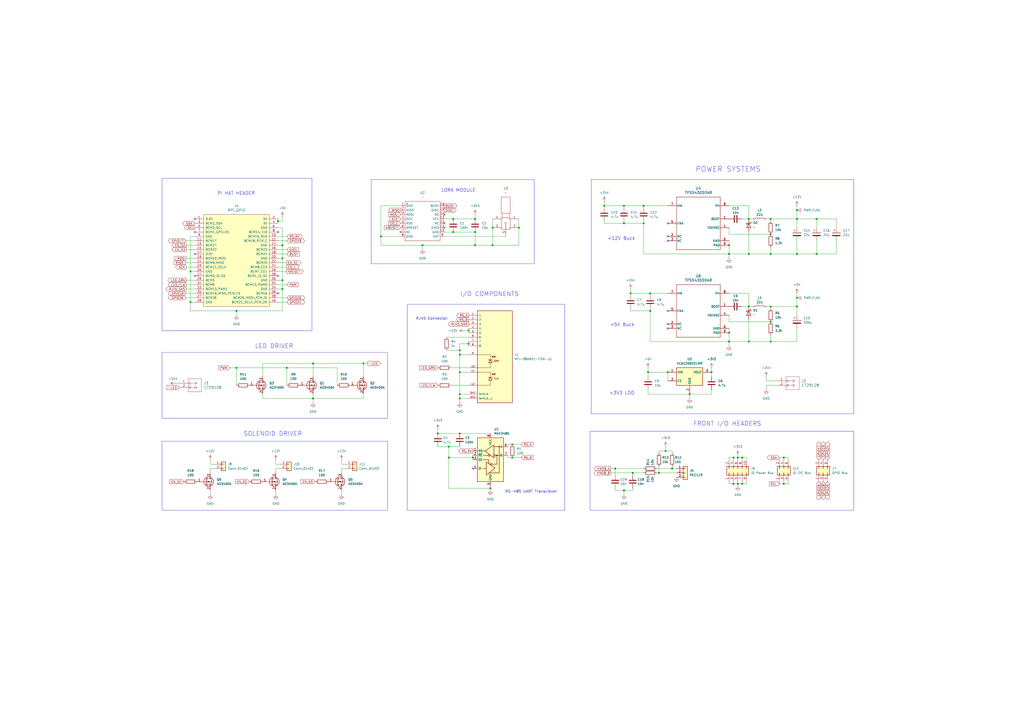
<source format=kicad_sch>
(kicad_sch (version 20250114) (generator "eeschema") (generator_version "9.0")
  (paper "A2")
  (rectangle (start 93.98 255.905) (end 224.79 295.91))
  (rectangle (start 93.98 204.47) (end 224.79 242.57))
  (rectangle (start 215.265 104.14) (end 309.88 153.035))
  (rectangle (start 93.98 103.505) (end 180.975 191.77))
  (rectangle (start 236.22 176.53) (end 327.66 295.91))
  (rectangle (start 342.9 104.14) (end 495.3 240.03))
  (rectangle (start 342.265 250.19) (end 495.3 295.91))
  (text "+5V Buck" (at 360.934 188.468 0) (effects (font (size 1.905 1.905))))
  (text "SOLENOID DRIVER" (at 158.242 251.714 0) (effects (font (size 2.54 2.54))))
  (text "LORA MODULE\n" (at 265.938 110.49 0) (effects (font (size 1.905 1.905))))
  (text "POWER SYSTEMS" (at 422.402 98.298 0) (effects (font (size 3.048 3.048))))
  (text "+12V Buck\n" (at 360.426 138.43 0) (effects (font (size 1.905 1.905))))
  (text "I/O COMPONENTS" (at 283.972 170.688 0) (effects (font (size 2.54 2.54))))
  (text "RS-485 UART Transciever" (at 308.102 285.242 0) (effects (font (size 1.524 1.524))))
  (text "FRONT I/O HEADERS" (at 421.894 245.872 0) (effects (font (size 2.54 2.54))))
  (text "+3V3 LDO" (at 360.68 228.092 0) (effects (font (size 1.905 1.905))))
  (text "LED DRIVER" (at 159.004 200.914 0) (effects (font (size 2.54 2.54))))
  (text "RJ45 Connector" (at 250.444 184.912 0) (effects (font (size 1.524 1.524))))
  (text "PI HAT HEADER" (at 136.906 112.268 0) (effects (font (size 1.905 1.905))))
  (junction (at 434.34 127))
  (junction (at 434.34 177.8))
  (junction (at 473.71 147.32))
  (junction (at 254 251.46))
  (junction (at 462.28 127))
  (junction (at 266.7 251.46))
  (junction (at 275.59 127))
  (junction (at 181.61 231.14))
  (junction (at 110.49 175.26))
  (junction (at 382.27 274.32))
  (junction (at 163.83 162.56))
  (junction (at 266.7 215.9))
  (junction (at 427.99 265.43))
  (junction (at 260.35 259.08))
  (junction (at 166.37 213.36))
  (junction (at 422.91 193.04))
  (junction (at 137.16 213.36))
  (junction (at 266.7 231.14))
  (junction (at 454.66 265.43))
  (junction (at 425.45 280.67))
  (junction (at 400.05 228.6))
  (junction (at 430.53 265.43))
  (junction (at 386.08 261.62))
  (junction (at 110.49 157.48))
  (junction (at 285.75 142.24))
  (junction (at 427.99 280.67))
  (junction (at 375.92 215.9))
  (junction (at 361.95 119.38))
  (junction (at 454.66 280.67))
  (junction (at 163.83 142.24))
  (junction (at 262.89 134.62))
  (junction (at 266.7 205.74))
  (junction (at 447.04 198.12))
  (junction (at 260.35 265.43))
  (junction (at 275.59 142.24))
  (junction (at 266.7 228.6))
  (junction (at 137.16 180.34))
  (junction (at 412.75 215.9))
  (junction (at 285.75 132.08))
  (junction (at 210.82 210.82))
  (junction (at 161.29 128.27))
  (junction (at 262.89 127))
  (junction (at 163.83 149.86))
  (junction (at 266.7 203.2))
  (junction (at 462.28 121.92))
  (junction (at 361.95 129.54))
  (junction (at 377.19 180.34))
  (junction (at 462.28 172.72))
  (junction (at 373.38 129.54))
  (junction (at 422.91 198.12))
  (junction (at 422.91 147.32))
  (junction (at 434.34 147.32))
  (junction (at 473.71 127))
  (junction (at 361.95 284.48))
  (junction (at 181.61 210.82))
  (junction (at 284.48 283.21))
  (junction (at 447.04 147.32))
  (junction (at 300.99 132.08))
  (junction (at 462.28 177.8))
  (junction (at 365.76 170.18))
  (junction (at 373.38 119.38))
  (junction (at 350.52 119.38))
  (junction (at 422.91 142.24))
  (junction (at 297.18 257.81))
  (junction (at 430.53 280.67))
  (junction (at 297.18 265.43))
  (junction (at 377.19 170.18))
  (junction (at 367.03 274.32))
  (junction (at 447.04 177.8))
  (junction (at 274.32 265.43))
  (junction (at 447.04 186.69))
  (junction (at 387.35 215.9))
  (junction (at 447.04 135.89))
  (junction (at 389.89 271.78))
  (junction (at 434.34 198.12))
  (junction (at 245.11 142.24))
  (junction (at 271.78 191.77))
  (junction (at 163.83 167.64))
  (junction (at 447.04 127))
  (junction (at 425.45 265.43))
  (junction (at 271.78 199.39))
  (junction (at 220.98 137.16))
  (junction (at 275.59 134.62))
  (junction (at 462.28 147.32))
  (junction (at 356.87 271.78))
  (no_connect (at 387.35 129.54))
  (no_connect (at 387.35 187.96))
  (no_connect (at 113.03 134.62))
  (no_connect (at 257.81 124.46))
  (no_connect (at 113.03 127))
  (no_connect (at 161.29 160.02))
  (no_connect (at 274.32 271.78))
  (no_connect (at 161.29 134.62))
  (no_connect (at 113.03 147.32))
  (no_connect (at 257.81 132.08))
  (no_connect (at 161.29 170.18))
  (no_connect (at 387.35 190.5))
  (no_connect (at 387.35 139.7))
  (no_connect (at 232.41 134.62))
  (no_connect (at 257.81 129.54))
  (no_connect (at 387.35 137.16))
  (no_connect (at 387.35 180.34))
  (no_connect (at 113.03 160.02))
  (wire (pts (xy 107.95 154.94) (xy 113.03 154.94)))
  (wire (pts (xy 294.64 259.08) (xy 294.64 257.81)))
  (wire (pts (xy 262.89 134.62) (xy 275.59 134.62)))
  (wire (pts (xy 152.4 231.14) (xy 181.61 231.14)))
  (wire (pts (xy 160.02 287.02) (xy 160.02 284.48)))
  (wire (pts (xy 260.35 259.08) (xy 260.35 265.43)))
  (wire (pts (xy 266.7 231.14) (xy 266.7 233.68)))
  (wire (pts (xy 422.91 265.43) (xy 425.45 265.43)))
  (wire (pts (xy 300.99 127) (xy 300.99 132.08)))
  (wire (pts (xy 297.18 257.81) (xy 302.26 257.81)))
  (wire (pts (xy 350.52 120.65) (xy 350.52 119.38)))
  (wire (pts (xy 462.28 139.7) (xy 462.28 147.32)))
  (wire (pts (xy 271.78 205.74) (xy 266.7 205.74)))
  (wire (pts (xy 356.87 271.78) (xy 373.38 271.78)))
  (wire (pts (xy 166.37 175.26) (xy 161.29 175.26)))
  (wire (pts (xy 430.53 265.43) (xy 430.53 266.7)))
  (wire (pts (xy 454.66 280.67) (xy 457.2 280.67)))
  (wire (pts (xy 361.95 284.48) (xy 367.03 284.48)))
  (wire (pts (xy 245.11 142.24) (xy 275.59 142.24)))
  (wire (pts (xy 434.34 198.12) (xy 447.04 198.12)))
  (wire (pts (xy 210.82 210.82) (xy 181.61 210.82)))
  (wire (pts (xy 254 251.46) (xy 266.7 251.46)))
  (wire (pts (xy 121.92 266.7) (xy 121.92 269.24)))
  (wire (pts (xy 462.28 119.38) (xy 462.28 121.92)))
  (wire (pts (xy 373.38 129.54) (xy 373.38 128.27)))
  (wire (pts (xy 121.92 271.78) (xy 121.92 274.32)))
  (wire (pts (xy 166.37 144.78) (xy 161.29 144.78)))
  (wire (pts (xy 260.35 265.43) (xy 274.32 265.43)))
  (wire (pts (xy 181.61 231.14) (xy 181.61 228.6)))
  (wire (pts (xy 356.87 284.48) (xy 361.95 284.48)))
  (wire (pts (xy 113.03 157.48) (xy 110.49 157.48)))
  (wire (pts (xy 107.95 142.24) (xy 113.03 142.24)))
  (wire (pts (xy 389.89 271.78) (xy 392.43 271.78)))
  (wire (pts (xy 422.91 190.5) (xy 422.91 193.04)))
  (wire (pts (xy 161.29 167.64) (xy 163.83 167.64)))
  (wire (pts (xy 434.34 119.38) (xy 434.34 127)))
  (wire (pts (xy 422.91 186.69) (xy 447.04 186.69)))
  (wire (pts (xy 382.27 261.62) (xy 382.27 262.89)))
  (wire (pts (xy 356.87 271.78) (xy 356.87 275.59)))
  (wire (pts (xy 434.34 177.8) (xy 436.88 177.8)))
  (wire (pts (xy 261.62 213.36) (xy 271.78 213.36)))
  (wire (pts (xy 361.95 129.54) (xy 373.38 129.54)))
  (wire (pts (xy 377.19 180.34) (xy 377.19 198.12)))
  (wire (pts (xy 274.32 264.16) (xy 274.32 265.43)))
  (wire (pts (xy 163.83 162.56) (xy 163.83 149.86)))
  (wire (pts (xy 377.19 171.45) (xy 377.19 170.18)))
  (wire (pts (xy 166.37 147.32) (xy 161.29 147.32)))
  (wire (pts (xy 160.02 269.24) (xy 162.56 269.24)))
  (wire (pts (xy 434.34 170.18) (xy 434.34 177.8)))
  (wire (pts (xy 361.95 129.54) (xy 361.95 128.27)))
  (wire (pts (xy 254 259.08) (xy 260.35 259.08)))
  (wire (pts (xy 200.66 271.78) (xy 198.12 271.78)))
  (wire (pts (xy 271.78 190.5) (xy 271.78 191.77)))
  (wire (pts (xy 361.95 284.48) (xy 361.95 287.02)))
  (wire (pts (xy 107.95 149.86) (xy 113.03 149.86)))
  (wire (pts (xy 485.14 147.32) (xy 473.71 147.32)))
  (wire (pts (xy 389.89 261.62) (xy 389.89 262.89)))
  (wire (pts (xy 375.92 215.9) (xy 387.35 215.9)))
  (wire (pts (xy 452.12 280.67) (xy 452.12 279.4)))
  (wire (pts (xy 422.91 147.32) (xy 434.34 147.32)))
  (wire (pts (xy 447.04 127) (xy 462.28 127)))
  (wire (pts (xy 271.78 191.77) (xy 271.78 193.04)))
  (wire (pts (xy 447.04 128.27) (xy 447.04 127)))
  (wire (pts (xy 386.08 259.08) (xy 386.08 261.62)))
  (wire (pts (xy 462.28 177.8) (xy 462.28 182.88)))
  (wire (pts (xy 166.37 139.7) (xy 161.29 139.7)))
  (wire (pts (xy 375.92 226.06) (xy 375.92 228.6)))
  (wire (pts (xy 137.16 180.34) (xy 110.49 180.34)))
  (wire (pts (xy 261.62 223.52) (xy 271.78 223.52)))
  (wire (pts (xy 121.92 269.24) (xy 124.46 269.24)))
  (wire (pts (xy 260.35 283.21) (xy 284.48 283.21)))
  (wire (pts (xy 210.82 218.44) (xy 210.82 210.82)))
  (wire (pts (xy 427.99 265.43) (xy 430.53 265.43)))
  (wire (pts (xy 412.75 228.6) (xy 400.05 228.6)))
  (wire (pts (xy 452.12 280.67) (xy 454.66 280.67)))
  (wire (pts (xy 121.92 287.02) (xy 121.92 284.48)))
  (wire (pts (xy 266.7 228.6) (xy 266.7 231.14)))
  (wire (pts (xy 434.34 134.62) (xy 434.34 147.32)))
  (wire (pts (xy 294.64 257.81) (xy 297.18 257.81)))
  (wire (pts (xy 107.95 152.4) (xy 113.03 152.4)))
  (wire (pts (xy 457.2 280.67) (xy 457.2 279.4)))
  (wire (pts (xy 473.71 127) (xy 485.14 127)))
  (wire (pts (xy 269.24 191.77) (xy 271.78 191.77)))
  (wire (pts (xy 422.91 200.66) (xy 422.91 198.12)))
  (wire (pts (xy 266.7 228.6) (xy 271.78 228.6)))
  (wire (pts (xy 166.37 152.4) (xy 161.29 152.4)))
  (wire (pts (xy 271.78 198.12) (xy 271.78 199.39)))
  (wire (pts (xy 386.08 261.62) (xy 389.89 261.62)))
  (wire (pts (xy 137.16 213.36) (xy 137.16 223.52)))
  (wire (pts (xy 430.53 127) (xy 434.34 127)))
  (wire (pts (xy 389.89 270.51) (xy 389.89 271.78)))
  (wire (pts (xy 166.37 154.94) (xy 161.29 154.94)))
  (wire (pts (xy 181.61 210.82) (xy 181.61 218.44)))
  (wire (pts (xy 113.03 137.16) (xy 110.49 137.16)))
  (wire (pts (xy 387.35 215.9) (xy 387.35 220.98)))
  (wire (pts (xy 266.7 205.74) (xy 266.7 215.9)))
  (wire (pts (xy 110.49 157.48) (xy 110.49 175.26)))
  (wire (pts (xy 284.48 284.48) (xy 284.48 283.21)))
  (wire (pts (xy 367.03 284.48) (xy 367.03 283.21)))
  (wire (pts (xy 367.03 274.32) (xy 367.03 275.59)))
  (wire (pts (xy 365.76 180.34) (xy 377.19 180.34)))
  (wire (pts (xy 427.99 281.94) (xy 427.99 280.67)))
  (wire (pts (xy 161.29 137.16) (xy 166.37 137.16)))
  (wire (pts (xy 198.12 266.7) (xy 198.12 269.24)))
  (wire (pts (xy 285.75 142.24) (xy 275.59 142.24)))
  (wire (pts (xy 285.75 132.08) (xy 285.75 142.24)))
  (wire (pts (xy 285.75 142.24) (xy 300.99 142.24)))
  (wire (pts (xy 377.19 198.12) (xy 422.91 198.12)))
  (wire (pts (xy 181.61 231.14) (xy 210.82 231.14)))
  (wire (pts (xy 485.14 127) (xy 485.14 132.08)))
  (wire (pts (xy 382.27 274.32) (xy 392.43 274.32)))
  (wire (pts (xy 232.41 119.38) (xy 220.98 119.38)))
  (wire (pts (xy 163.83 180.34) (xy 137.16 180.34)))
  (wire (pts (xy 427.99 264.16) (xy 427.99 265.43)))
  (wire (pts (xy 110.49 175.26) (xy 113.03 175.26)))
  (wire (pts (xy 294.64 264.16) (xy 294.64 265.43)))
  (wire (pts (xy 260.35 259.08) (xy 266.7 259.08)))
  (wire (pts (xy 425.45 265.43) (xy 425.45 266.7)))
  (wire (pts (xy 133.35 213.36) (xy 137.16 213.36)))
  (wire (pts (xy 422.91 149.86) (xy 422.91 147.32)))
  (wire (pts (xy 107.95 167.64) (xy 113.03 167.64)))
  (wire (pts (xy 434.34 147.32) (xy 447.04 147.32)))
  (wire (pts (xy 162.56 271.78) (xy 160.02 271.78)))
  (wire (pts (xy 166.37 165.1) (xy 161.29 165.1)))
  (wire (pts (xy 444.5 218.44) (xy 444.5 220.98)))
  (wire (pts (xy 163.83 167.64) (xy 163.83 180.34)))
  (wire (pts (xy 163.83 149.86) (xy 163.83 142.24)))
  (wire (pts (xy 425.45 280.67) (xy 427.99 280.67)))
  (wire (pts (xy 260.35 265.43) (xy 260.35 283.21)))
  (wire (pts (xy 473.71 139.7) (xy 473.71 147.32)))
  (wire (pts (xy 275.59 124.46) (xy 275.59 127)))
  (wire (pts (xy 450.85 223.52) (xy 444.5 223.52)))
  (wire (pts (xy 361.95 119.38) (xy 373.38 119.38)))
  (wire (pts (xy 285.75 127) (xy 285.75 132.08)))
  (wire (pts (xy 160.02 271.78) (xy 160.02 274.32)))
  (wire (pts (xy 422.91 170.18) (xy 434.34 170.18)))
  (wire (pts (xy 350.52 128.27) (xy 350.52 129.54)))
  (wire (pts (xy 422.91 135.89) (xy 447.04 135.89)))
  (wire (pts (xy 271.78 199.39) (xy 266.7 199.39)))
  (wire (pts (xy 412.75 218.44) (xy 412.75 215.9)))
  (wire (pts (xy 427.99 265.43) (xy 427.99 266.7)))
  (wire (pts (xy 107.95 170.18) (xy 113.03 170.18)))
  (wire (pts (xy 452.12 265.43) (xy 452.12 266.7)))
  (wire (pts (xy 422.91 265.43) (xy 422.91 266.7)))
  (wire (pts (xy 124.46 271.78) (xy 121.92 271.78)))
  (wire (pts (xy 444.5 223.52) (xy 444.5 226.06)))
  (wire (pts (xy 356.87 284.48) (xy 356.87 283.21)))
  (wire (pts (xy 373.38 147.32) (xy 422.91 147.32)))
  (wire (pts (xy 161.29 127) (xy 161.29 128.27)))
  (wire (pts (xy 434.34 185.42) (xy 434.34 198.12)))
  (wire (pts (xy 354.33 274.32) (xy 367.03 274.32)))
  (wire (pts (xy 110.49 137.16) (xy 110.49 157.48)))
  (wire (pts (xy 444.5 177.8) (xy 447.04 177.8)))
  (wire (pts (xy 220.98 119.38) (xy 220.98 137.16)))
  (wire (pts (xy 444.5 127) (xy 447.04 127)))
  (wire (pts (xy 452.12 265.43) (xy 454.66 265.43)))
  (wire (pts (xy 485.14 139.7) (xy 485.14 147.32)))
  (wire (pts (xy 365.76 167.64) (xy 365.76 170.18)))
  (wire (pts (xy 161.29 149.86) (xy 163.83 149.86)))
  (wire (pts (xy 381 271.78) (xy 389.89 271.78)))
  (wire (pts (xy 462.28 127) (xy 473.71 127)))
  (wire (pts (xy 350.52 119.38) (xy 361.95 119.38)))
  (wire (pts (xy 107.95 165.1) (xy 113.03 165.1)))
  (wire (pts (xy 259.08 203.2) (xy 266.7 203.2)))
  (wire (pts (xy 245.11 144.78) (xy 245.11 142.24)))
  (wire (pts (xy 427.99 280.67) (xy 430.53 280.67)))
  (wire (pts (xy 462.28 198.12) (xy 447.04 198.12)))
  (wire (pts (xy 447.04 194.31) (xy 447.04 198.12)))
  (wire (pts (xy 266.7 231.14) (xy 271.78 231.14)))
  (wire (pts (xy 163.83 167.64) (xy 163.83 162.56)))
  (wire (pts (xy 152.4 231.14) (xy 152.4 228.6)))
  (wire (pts (xy 163.83 132.08) (xy 161.29 132.08)))
  (wire (pts (xy 454.66 280.67) (xy 454.66 279.4)))
  (wire (pts (xy 457.2 265.43) (xy 457.2 266.7)))
  (wire (pts (xy 422.91 182.88) (xy 422.91 186.69)))
  (wire (pts (xy 433.07 280.67) (xy 433.07 279.4)))
  (wire (pts (xy 300.99 132.08) (xy 300.99 142.24)))
  (wire (pts (xy 110.49 180.34) (xy 110.49 175.26)))
  (wire (pts (xy 220.98 137.16) (xy 232.41 137.16)))
  (wire (pts (xy 367.03 274.32) (xy 373.38 274.32)))
  (wire (pts (xy 198.12 287.02) (xy 198.12 284.48)))
  (wire (pts (xy 422.91 280.67) (xy 422.91 279.4)))
  (wire (pts (xy 422.91 119.38) (xy 434.34 119.38)))
  (wire (pts (xy 350.52 116.84) (xy 350.52 119.38)))
  (wire (pts (xy 220.98 142.24) (xy 245.11 142.24)))
  (wire (pts (xy 210.82 210.82) (xy 213.36 210.82)))
  (wire (pts (xy 254 248.92) (xy 254 251.46)))
  (wire (pts (xy 166.37 213.36) (xy 166.37 223.52)))
  (wire (pts (xy 422.91 198.12) (xy 422.91 193.04)))
  (wire (pts (xy 365.76 180.34) (xy 365.76 179.07)))
  (wire (pts (xy 422.91 198.12) (xy 434.34 198.12)))
  (wire (pts (xy 375.92 228.6) (xy 400.05 228.6)))
  (wire (pts (xy 375.92 218.44) (xy 375.92 215.9)))
  (wire (pts (xy 163.83 142.24) (xy 163.83 132.08)))
  (wire (pts (xy 275.59 134.62) (xy 275.59 142.24)))
  (wire (pts (xy 365.76 171.45) (xy 365.76 170.18)))
  (wire (pts (xy 284.48 283.21) (xy 284.48 281.94)))
  (wire (pts (xy 257.81 137.16) (xy 293.37 137.16)))
  (wire (pts (xy 195.58 213.36) (xy 195.58 223.52)))
  (wire (pts (xy 161.29 128.27) (xy 163.83 128.27)))
  (wire (pts (xy 220.98 142.24) (xy 220.98 137.16)))
  (wire (pts (xy 166.37 157.48) (xy 161.29 157.48)))
  (wire (pts (xy 166.37 213.36) (xy 195.58 213.36)))
  (wire (pts (xy 473.71 147.32) (xy 462.28 147.32)))
  (wire (pts (xy 454.66 265.43) (xy 457.2 265.43)))
  (wire (pts (xy 161.29 128.27) (xy 161.29 129.54)))
  (wire (pts (xy 450.85 220.98) (xy 444.5 220.98)))
  (wire (pts (xy 152.4 218.44) (xy 152.4 210.82)))
  (wire (pts (xy 412.75 226.06) (xy 412.75 228.6)))
  (wire (pts (xy 160.02 266.7) (xy 160.02 269.24)))
  (wire (pts (xy 161.29 162.56) (xy 163.83 162.56)))
  (wire (pts (xy 373.38 120.65) (xy 373.38 119.38)))
  (wire (pts (xy 422.91 139.7) (xy 422.91 142.24)))
  (wire (pts (xy 427.99 280.67) (xy 427.99 279.4)))
  (wire (pts (xy 266.7 215.9) (xy 271.78 215.9)))
  (wire (pts (xy 107.95 139.7) (xy 113.03 139.7)))
  (wire (pts (xy 163.83 125.73) (xy 163.83 128.27)))
  (wire (pts (xy 447.04 179.07) (xy 447.04 177.8)))
  (wire (pts (xy 181.61 233.68) (xy 181.61 231.14)))
  (wire (pts (xy 271.78 199.39) (xy 271.78 200.66)))
  (wire (pts (xy 137.16 213.36) (xy 166.37 213.36)))
  (wire (pts (xy 294.64 265.43) (xy 297.18 265.43)))
  (wire (pts (xy 430.53 177.8) (xy 434.34 177.8)))
  (wire (pts (xy 382.27 270.51) (xy 382.27 274.32)))
  (wire (pts (xy 400.05 231.14) (xy 400.05 228.6)))
  (wire (pts (xy 430.53 265.43) (xy 433.07 265.43)))
  (wire (pts (xy 425.45 265.43) (xy 427.99 265.43)))
  (wire (pts (xy 266.7 251.46) (xy 284.48 251.46)))
  (wire (pts (xy 447.04 143.51) (xy 447.04 147.32)))
  (wire (pts (xy 198.12 271.78) (xy 198.12 274.32)))
  (wire (pts (xy 365.76 170.18) (xy 377.19 170.18)))
  (wire (pts (xy 433.07 265.43) (xy 433.07 266.7)))
  (wire (pts (xy 101.6 222.25) (xy 104.14 222.25)))
  (wire (pts (xy 257.81 127) (xy 262.89 127)))
  (wire (pts (xy 462.28 190.5) (xy 462.28 198.12)))
  (wire (pts (xy 266.7 199.39) (xy 266.7 203.2)))
  (wire (pts (xy 430.53 280.67) (xy 433.07 280.67)))
  (wire (pts (xy 210.82 231.14) (xy 210.82 228.6)))
  (wire (pts (xy 107.95 162.56) (xy 113.03 162.56)))
  (wire (pts (xy 266.7 215.9) (xy 266.7 228.6)))
  (wire (pts (xy 382.27 261.62) (xy 386.08 261.62)))
  (wire (pts (xy 107.95 144.78) (xy 113.03 144.78)))
  (wire (pts (xy 447.04 177.8) (xy 462.28 177.8)))
  (wire (pts (xy 152.4 210.82) (xy 181.61 210.82)))
  (wire (pts (xy 373.38 119.38) (xy 387.35 119.38)))
  (wire (pts (xy 375.92 213.36) (xy 375.92 215.9)))
  (wire (pts (xy 257.81 134.62) (xy 262.89 134.62)))
  (wire (pts (xy 262.89 127) (xy 275.59 127)))
  (wire (pts (xy 422.91 147.32) (xy 422.91 142.24)))
  (wire (pts (xy 462.28 127) (xy 462.28 132.08)))
  (wire (pts (xy 381 274.32) (xy 382.27 274.32)))
  (wire (pts (xy 297.18 265.43) (xy 302.26 265.43)))
  (wire (pts (xy 361.95 120.65) (xy 361.95 119.38)))
  (wire (pts (xy 422.91 132.08) (xy 422.91 135.89)))
  (wire (pts (xy 259.08 195.58) (xy 271.78 195.58)))
  (wire (pts (xy 422.91 280.67) (xy 425.45 280.67)))
  (wire (pts (xy 377.19 170.18) (xy 387.35 170.18)))
  (wire (pts (xy 462.28 121.92) (xy 462.28 127)))
  (wire (pts (xy 454.66 265.43) (xy 454.66 266.7)))
  (wire (pts (xy 462.28 172.72) (xy 462.28 177.8)))
  (wire (pts (xy 266.7 203.2) (xy 266.7 205.74)))
  (wire (pts (xy 107.95 172.72) (xy 113.03 172.72)))
  (wire (pts (xy 198.12 269.24) (xy 200.66 269.24)))
  (wire (pts (xy 425.45 280.67) (xy 425.45 279.4)))
  (wire (pts (xy 137.16 182.88) (xy 137.16 180.34)))
  (wire (pts (xy 373.38 129.54) (xy 373.38 147.32)))
  (wire (pts (xy 434.34 127) (xy 436.88 127)))
  (wire (pts (xy 473.71 127) (xy 473.71 132.08)))
  (wire (pts (xy 377.19 180.34) (xy 377.19 179.07)))
  (wire (pts (xy 274.32 265.43) (xy 274.32 266.7)))
  (wire (pts (xy 462.28 147.32) (xy 447.04 147.32)))
  (wire (pts (xy 462.28 170.18) (xy 462.28 172.72)))
  (wire (pts (xy 354.33 271.78) (xy 356.87 271.78)))
  (wire (pts (xy 430.53 280.67) (xy 430.53 279.4)))
  (wire (pts (xy 161.29 142.24) (xy 163.83 142.24)))
  (wire (pts (xy 350.52 129.54) (xy 361.95 129.54)))
  (wire (pts (xy 166.37 172.72) (xy 161.29 172.72)))
  (wire (pts (xy 412.75 213.36) (xy 412.75 215.9)))
  (global_label "EN_S1" (shape output) (at 166.37 152.4 0) (property "Intersheetrefs" "${INTERSHEET_REFS}" (effects (hide yes))))
  (global_label "RS_B" (shape input) (at 302.26 265.43 0) (property "Intersheetrefs" "${INTERSHEET_REFS}" (effects (hide yes))))
  (global_label "EN_S3" (shape output) (at 107.95 144.78 180) (property "Intersheetrefs" "${INTERSHEET_REFS}" (effects (hide yes))))
  (global_label "EN_S3" (shape input) (at 182.88 279.4 180) (property "Intersheetrefs" "${INTERSHEET_REFS}" (effects (hide yes))))
  (global_label "RS_A" (shape input) (at 302.26 257.81 0) (property "Intersheetrefs" "${INTERSHEET_REFS}" (effects (hide yes))))
  (global_label "GPIO19" (shape bidirectional) (at 477.52 266.7 90) (property "Intersheetrefs" "${INTERSHEET_REFS}" (effects (hide yes))))
  (global_label "GPIO17" (shape bidirectional) (at 474.98 266.7 90) (property "Intersheetrefs" "${INTERSHEET_REFS}" (effects (hide yes))))
  (global_label "MISO" (shape output) (at 232.41 121.92 180) (property "Intersheetrefs" "${INTERSHEET_REFS}" (effects (hide yes))))
  (global_label "EN_S2" (shape input) (at 144.78 279.4 180) (property "Intersheetrefs" "${INTERSHEET_REFS}" (effects (hide yes))))
  (global_label "BUSY" (shape output) (at 257.81 119.38 0) (property "Intersheetrefs" "${INTERSHEET_REFS}" (effects (hide yes))))
  (global_label "KNOB_A" (shape output) (at 354.33 271.78 180) (property "Intersheetrefs" "${INTERSHEET_REFS}" (effects (hide yes))))
  (global_label "EN_S1" (shape input) (at 106.68 279.4 180) (property "Intersheetrefs" "${INTERSHEET_REFS}" (effects (hide yes))))
  (global_label "RS_B" (shape output) (at 271.78 185.42 180) (property "Intersheetrefs" "${INTERSHEET_REFS}" (effects (hide yes))))
  (global_label "BUSY" (shape input) (at 166.37 147.32 0) (property "Intersheetrefs" "${INTERSHEET_REFS}" (effects (hide yes))))
  (global_label "PWM" (shape input) (at 166.37 165.1 0) (property "Intersheetrefs" "${INTERSHEET_REFS}" (effects (hide yes))))
  (global_label "EN_S2" (shape output) (at 107.95 142.24 180) (property "Intersheetrefs" "${INTERSHEET_REFS}" (effects (hide yes))))
  (global_label "DIO1" (shape input) (at 166.37 144.78 0) (property "Intersheetrefs" "${INTERSHEET_REFS}" (effects (hide yes))))
  (global_label "SDA" (shape bidirectional) (at 452.12 265.43 180) (property "Intersheetrefs" "${INTERSHEET_REFS}" (effects (hide yes))))
  (global_label "GPIO18" (shape bidirectional) (at 477.52 279.4 270) (property "Intersheetrefs" "${INTERSHEET_REFS}" (effects (hide yes))))
  (global_label "NRESET" (shape input) (at 232.41 132.08 180) (property "Intersheetrefs" "${INTERSHEET_REFS}" (effects (hide yes))))
  (global_label "SCK" (shape output) (at 107.95 154.94 180) (property "Intersheetrefs" "${INTERSHEET_REFS}" (effects (hide yes))))
  (global_label "GPIO19" (shape bidirectional) (at 107.95 170.18 180) (property "Intersheetrefs" "${INTERSHEET_REFS}" (effects (hide yes))))
  (global_label "SDA" (shape bidirectional) (at 113.03 129.54 180) (property "Intersheetrefs" "${INTERSHEET_REFS}" (effects (hide yes))))
  (global_label "MOSI" (shape input) (at 232.41 124.46 180) (property "Intersheetrefs" "${INTERSHEET_REFS}" (effects (hide yes))))
  (global_label "LED_YLW" (shape output) (at 107.95 165.1 180) (property "Intersheetrefs" "${INTERSHEET_REFS}" (effects (hide yes))))
  (global_label "SCL" (shape input) (at 452.12 280.67 180) (property "Intersheetrefs" "${INTERSHEET_REFS}" (effects (hide yes))))
  (global_label "RS_A" (shape output) (at 271.78 182.88 180) (property "Intersheetrefs" "${INTERSHEET_REFS}" (effects (hide yes))))
  (global_label "GPIO21" (shape bidirectional) (at 480.06 266.7 90) (property "Intersheetrefs" "${INTERSHEET_REFS}" (effects (hide yes))))
  (global_label "MOSI" (shape output) (at 107.95 149.86 180) (property "Intersheetrefs" "${INTERSHEET_REFS}" (effects (hide yes))))
  (global_label "CS_1" (shape input) (at 232.41 129.54 180) (property "Intersheetrefs" "${INTERSHEET_REFS}" (effects (hide yes))))
  (global_label "RS_RX" (shape input) (at 166.37 137.16 0) (property "Intersheetrefs" "${INTERSHEET_REFS}" (effects (hide yes))))
  (global_label "GPIO20" (shape bidirectional) (at 166.37 172.72 0) (property "Intersheetrefs" "${INTERSHEET_REFS}" (effects (hide yes))))
  (global_label "KNOB_B" (shape output) (at 354.33 274.32 180) (property "Intersheetrefs" "${INTERSHEET_REFS}" (effects (hide yes))))
  (global_label "-LED" (shape output) (at 213.36 210.82 0) (property "Intersheetrefs" "${INTERSHEET_REFS}" (effects (hide yes))))
  (global_label "GPIO21" (shape bidirectional) (at 166.37 175.26 0) (property "Intersheetrefs" "${INTERSHEET_REFS}" (effects (hide yes))))
  (global_label "-LED" (shape input) (at 104.14 224.79 180) (property "Intersheetrefs" "${INTERSHEET_REFS}" (effects (hide yes))))
  (global_label "RJ45_SNS" (shape output) (at 271.78 187.96 180) (property "Intersheetrefs" "${INTERSHEET_REFS}" (effects (hide yes))))
  (global_label "GPIO17" (shape bidirectional) (at 107.95 139.7 180) (property "Intersheetrefs" "${INTERSHEET_REFS}" (effects (hide yes))))
  (global_label "RJ45_SNS" (shape output) (at 107.95 167.64 180) (property "Intersheetrefs" "${INTERSHEET_REFS}" (effects (hide yes))))
  (global_label "CS_1" (shape output) (at 166.37 154.94 0) (property "Intersheetrefs" "${INTERSHEET_REFS}" (effects (hide yes))))
  (global_label "SCK" (shape input) (at 232.41 127 180) (property "Intersheetrefs" "${INTERSHEET_REFS}" (effects (hide yes))))
  (global_label "GPIO26" (shape bidirectional) (at 474.98 279.4 270) (property "Intersheetrefs" "${INTERSHEET_REFS}" (effects (hide yes))))
  (global_label "LED_YLW" (shape input) (at 254 223.52 180) (property "Intersheetrefs" "${INTERSHEET_REFS}" (effects (hide yes))))
  (global_label "NRESET" (shape output) (at 166.37 157.48 0) (property "Intersheetrefs" "${INTERSHEET_REFS}" (effects (hide yes))))
  (global_label "DIO1" (shape output) (at 257.81 121.92 0) (property "Intersheetrefs" "${INTERSHEET_REFS}" (effects (hide yes))))
  (global_label "LED_GRN" (shape input) (at 254 213.36 180) (property "Intersheetrefs" "${INTERSHEET_REFS}" (effects (hide yes))))
  (global_label "GPIO18" (shape bidirectional) (at 166.37 139.7 0) (property "Intersheetrefs" "${INTERSHEET_REFS}" (effects (hide yes))))
  (global_label "SCL" (shape output) (at 113.03 132.08 180) (property "Intersheetrefs" "${INTERSHEET_REFS}" (effects (hide yes))))
  (global_label "RS_RX" (shape output) (at 274.32 261.62 180) (property "Intersheetrefs" "${INTERSHEET_REFS}" (effects (hide yes))))
  (global_label "GPIO26" (shape bidirectional) (at 107.95 172.72 180) (property "Intersheetrefs" "${INTERSHEET_REFS}" (effects (hide yes))))
  (global_label "GPIO20" (shape bidirectional) (at 480.06 279.4 270) (property "Intersheetrefs" "${INTERSHEET_REFS}" (effects (hide yes))))
  (global_label "PWM" (shape input) (at 133.35 213.36 180) (property "Intersheetrefs" "${INTERSHEET_REFS}" (effects (hide yes))))
  (global_label "MISO" (shape input) (at 107.95 152.4 180) (property "Intersheetrefs" "${INTERSHEET_REFS}" (effects (hide yes))))
  (global_label "LED_GRN" (shape output) (at 107.95 162.56 180) (property "Intersheetrefs" "${INTERSHEET_REFS}" (effects (hide yes))))
  (symbol (lib_id "power:PWR_FLAG") (at 462.28 121.92 270) (unit 1)
    (property "Reference" "#FLG01" (effects (hide yes)))
    (property "Value" "PWR_FLAG" (at 466.09 121.9199 90) (effects (justify left)))
    (property "Description" "Special symbol for telling ERC where power comes from" (effects (hide yes)))
  )
  (symbol (lib_id "power:+12V") (at 121.92 266.7 0) (unit 1)
    (property "Reference" "#PWR032" (effects (hide yes)))
    (property "Value" "+12V" (at 121.92 261.62 0))
    (property "Description" "Power symbol creates a global label with name \"+12V\"" (effects (hide yes)))
  )
  (symbol (lib_id "Device:C") (at 426.72 127 90) (unit 1)
    (property "Reference" "C13" (at 426.72 120.904 90))
    (property "Value" "10n" (at 426.72 123.444 90))
    (property "Footprint" "Capacitor_SMD:C_0402_1005Metric" (effects (hide yes)))
    (property "Description" "Unpolarized capacitor" (effects (hide yes)))
    (property "LCSC" "C15195" (effects (hide yes)))
  )
  (symbol (lib_id "power:GND") (at 121.92 287.02 0) (unit 1)
    (property "Reference" "#PWR028" (effects (hide yes)))
    (property "Value" "GND" (at 121.92 292.1 0))
    (property "Description" "Power symbol creates a global label with name \"GND\" , ground" (effects (hide yes)))
  )
  (symbol (lib_id "Device:C") (at 375.92 222.25 0) (unit 1)
    (property "Reference" "C5" (at 379.73 220.9799 0) (effects (justify left)))
    (property "Value" "10u" (at 379.73 223.5199 0) (effects (justify left)))
    (property "Footprint" "Capacitor_SMD:C_0603_1608Metric" (effects (hide yes)))
    (property "Description" "Unpolarized capacitor" (effects (hide yes)))
    (property "LCSC" "C19702" (effects (hide yes)))
  )
  (symbol (lib_id "power:GND") (at 361.95 287.02 0) (unit 1)
    (property "Reference" "#PWR023" (effects (hide yes)))
    (property "Value" "GND" (at 361.95 292.1 0))
    (property "Description" "Power symbol creates a global label with name \"GND\" , ground" (effects (hide yes)))
  )
  (symbol (lib_id "power:+24V") (at 444.5 218.44 0) (unit 1)
    (property "Reference" "#PWR017" (effects (hide yes)))
    (property "Value" "+24V" (at 444.5 213.36 0))
    (property "Description" "Power symbol creates a global label with name \"+24V\"" (effects (hide yes)))
  )
  (symbol (lib_id "Connector_Generic:Conn_02x03_Odd_Even") (at 454.66 274.32 90) (unit 1)
    (property "Reference" "J12" (at 459.74 271.7799 90) (effects (justify right)))
    (property "Value" "IO I2C Bus" (at 459.74 274.3199 90) (effects (justify right)))
    (property "Footprint" "Connector_PinHeader_2.54mm:PinHeader_2x03_P2.54mm_Vertical" (effects (hide yes)))
    (property "Description" "Generic connector, double row, 02x03, odd/even pin numbering scheme (row 1 odd numbers, row 2 even numbers), script generated (kicad-library-utils/schlib/autogen/connector/)" (effects (hide yes)))
  )
  (symbol (lib_id "Device:R") (at 259.08 199.39 180) (unit 1)
    (property "Reference" "R4" (at 261.62 198.1199 0) (effects (justify right)))
    (property "Value" "1k" (at 261.62 200.6599 0) (effects (justify right)))
    (property "Footprint" "Resistor_SMD:R_0402_1005Metric" (effects (hide yes)))
    (property "Description" "Resistor" (effects (hide yes)))
    (property "LCSC" "C11702" (effects (hide yes)))
  )
  (symbol (lib_id "power:+5V") (at 375.92 213.36 0) (unit 1)
    (property "Reference" "#PWR07" (effects (hide yes)))
    (property "Value" "+5V" (at 375.92 208.28 0))
    (property "Description" "Power symbol creates a global label with name \"+5V\"" (effects (hide yes)))
  )
  (symbol (lib_id "power:PWR_FLAG") (at 462.28 172.72 270) (unit 1)
    (property "Reference" "#FLG02" (effects (hide yes)))
    (property "Value" "PWR_FLAG" (at 466.09 172.7199 90) (effects (justify left)))
    (property "Description" "Special symbol for telling ERC where power comes from" (effects (hide yes)))
  )
  (symbol (lib_id "Interface_UART:MAX3485") (at 284.48 266.7 0) (unit 1)
    (property "Reference" "U1" (at 286.6233 248.92 0) (effects (justify left)))
    (property "Value" "MAX3485" (at 286.6233 251.46 0) (effects (justify left)))
    (property "Footprint" "Package_SO:SOIC-8_3.9x4.9mm_P1.27mm" (effects (hide yes)))
    (property "Datasheet" "https://datasheets.maximintegrated.com/en/ds/MAX3483-MAX3491.pdf" (effects (hide yes)))
    (property "Description" "True RS-485/RS-422, 10Mbps, Slew-Rate Limited, with low-power shutdown, with receiver/driver enable, 32 receiver drive capacitity, DIP-8 and SOIC-8" (effects (hide yes)))
    (property "LCSC" "C668204" (effects (hide yes)))
  )
  (symbol (lib_id "Regulator_Linear:XC6220B331MR") (at 400.05 218.44 0) (unit 1)
    (property "Reference" "U5" (at 400.05 208.28 0))
    (property "Value" "XC6220B331MR" (at 400.05 210.82 0))
    (property "Footprint" "Package_TO_SOT_SMD:SOT-23-5" (effects (hide yes)))
    (property "Datasheet" "https://www.torexsemi.com/file/xc6220/XC6220.pdf" (effects (hide yes)))
    (property "Description" "1A, Low Drop-out Voltage Regulator, Fixed Output 3.3V, SOT-23-5" (effects (hide yes)))
    (property "LCSC" "C86534" (effects (hide yes)))
  )
  (symbol (lib_id "2026-02-04_00-56-26:TPS5430DDAR") (at 405.13 180.34 0) (unit 1)
    (property "Reference" "U6" (at 405.13 160.02 0) (effects (font (size 1.524 1.524))))
    (property "Value" "TPS5430DDAR" (at 405.13 162.56 0) (effects (font (size 1.524 1.524))))
    (property "Footprint" "footprints:DDA0008J" (effects (hide yes)))
    (property "Datasheet" "https://www.ti.com/lit/gpn/tps5430" (effects (hide yes)))
    (property "LCSC" "C9864" (effects (hide yes)))
  )
  (symbol (lib_id "Device:R") (at 377.19 271.78 90) (unit 1)
    (property "Reference" "R14" (at 375.92 270.002 0) (effects (justify left)))
    (property "Value" "10k" (at 378.46 270.002 0) (effects (justify left)))
    (property "Footprint" "Resistor_SMD:R_0402_1005Metric" (effects (hide yes)))
    (property "Description" "Resistor" (effects (hide yes)))
    (property "LCSC" "C25744" (effects (hide yes)))
  )
  (symbol (lib_id "Device:D_Schottky") (at 434.34 181.61 270) (unit 1)
    (property "Reference" "D1" (at 436.88 180.0224 90) (effects (justify left)))
    (property "Value" "~" (at 436.88 182.5624 90) (effects (justify left)))
    (property "Footprint" "Diode_SMD:SOD-123_L2.6-W1.6-LS3.5-RD" (effects (hide yes)))
    (property "Description" "Schottky diode" (effects (hide yes)))
    (property "LCSC" "C489144" (effects (hide yes)))
  )
  (symbol (lib_id "Device:R") (at 170.18 223.52 90) (unit 1)
    (property "Reference" "R9" (at 170.18 217.17 90))
    (property "Value" "100" (at 170.18 219.71 90))
    (property "Footprint" "Resistor_SMD:R_0603_1608Metric" (effects (hide yes)))
    (property "Description" "Resistor" (effects (hide yes)))
    (property "LCSC" "C22775" (effects (hide yes)))
  )
  (symbol (lib_id "power:+12V") (at 160.02 266.7 0) (unit 1)
    (property "Reference" "#PWR031" (effects (hide yes)))
    (property "Value" "+12V" (at 160.02 261.62 0))
    (property "Description" "Power symbol creates a global label with name \"+12V\"" (effects (hide yes)))
  )
  (symbol (lib_id "power:GND") (at 160.02 287.02 0) (unit 1)
    (property "Reference" "#PWR026" (effects (hide yes)))
    (property "Value" "GND" (at 160.02 292.1 0))
    (property "Description" "Power symbol creates a global label with name \"GND\" , ground" (effects (hide yes)))
  )
  (symbol (lib_id "power:+3V3") (at 254 248.92 0) (unit 1)
    (property "Reference" "#PWR03" (effects (hide yes)))
    (property "Value" "+3V3" (at 254 243.84 0))
    (property "Description" "Power symbol creates a global label with name \"+3V3\"" (effects (hide yes)))
  )
  (symbol (lib_id "Device:C_Polarized") (at 473.71 135.89 0) (unit 1)
    (property "Reference" "C16" (at 477.52 133.7309 0) (effects (justify left)))
    (property "Value" "22u" (at 477.52 136.2709 0) (effects (justify left)))
    (property "Footprint" "Capacitor_Tantalum_SMD:CP_EIA-7343-15_Kemet-W" (effects (hide yes)))
    (property "Datasheet" "https://www.digikey.com/en/products/detail/panasonic-electronic-components/6TPB330ML/4204950?s=N4IgTCBcDaIGwBUAKAhAzGgDAWQDIgF0BfIA" (effects (hide yes)))
    (property "Description" "Polarized capacitor" (effects (hide yes)))
    (property "LCSC" "C308917" (effects (hide yes)))
  )
  (symbol (lib_id "power:+3V3") (at 386.08 259.08 0) (unit 1)
    (property "Reference" "#PWR022" (effects (hide yes)))
    (property "Value" "+3V3" (at 386.08 254 0))
    (property "Description" "Power symbol creates a global label with name \"+3V3\"" (effects (hide yes)))
  )
  (symbol (lib_id "power:+24V") (at 365.76 167.64 0) (unit 1)
    (property "Reference" "#PWR010" (effects (hide yes)))
    (property "Value" "+24V" (at 365.76 162.56 0))
    (property "Description" "Power symbol creates a global label with name \"+24V\"" (effects (hide yes)))
  )
  (symbol (lib_id "Transistor_FET:AO3400A") (at 119.38 279.4 0) (unit 1)
    (property "Reference" "Q6" (at 125.73 278.1299 0) (effects (justify left)))
    (property "Value" "AO3400A" (at 125.73 280.6699 0) (effects (justify left)))
    (property "Footprint" "Package_TO_SOT_SMD:SOT-23" (effects (hide yes)))
    (property "Datasheet" "http://www.aosmd.com/pdfs/datasheet/AO3400A.pdf" (effects (hide yes)))
    (property "Description" "30V Vds, 5.7A Id, N-Channel MOSFET, SOT-23" (effects (hide yes)))
    (property "LCSC" "C20917" (effects (hide yes)))
  )
  (symbol (lib_id "RPi_Hat:RPi_GPIO") (at 118.11 127 0) (unit 1)
    (property "Reference" "J4" (at 137.16 119.38 0) (effects (font (size 1.524 1.524))))
    (property "Value" "RPi_GPIO" (at 137.16 121.92 0) (effects (font (size 1.524 1.524))))
    (property "Footprint" "footprints:RPI_Hat_B+" (effects (hide yes)))
  )
  (symbol (lib_id "power:+3V3") (at 427.99 264.16 0) (unit 1)
    (property "Reference" "#PWR027" (effects (hide yes)))
    (property "Value" "+3V3" (at 427.99 259.08 0))
    (property "Description" "Power symbol creates a global label with name \"+3V3\"" (effects (hide yes)))
  )
  (symbol (lib_id "Device:L") (at 440.69 127 90) (unit 1)
    (property "Reference" "L2" (at 440.69 121.92 90))
    (property "Value" "22u" (at 440.69 124.46 90))
    (property "Footprint" "Library:IND-SMD_L11.5-W10.0" (effects (hide yes)))
    (property "Description" "Inductor" (effects (hide yes)))
    (property "LCSC" "C842886" (effects (hide yes)))
  )
  (symbol (lib_id "Transistor_FET:AO3400A") (at 195.58 279.4 0) (unit 1)
    (property "Reference" "Q5" (at 201.93 278.1299 0) (effects (justify left)))
    (property "Value" "AO3400A" (at 201.93 280.6699 0) (effects (justify left)))
    (property "Footprint" "Package_TO_SOT_SMD:SOT-23" (effects (hide yes)))
    (property "Datasheet" "http://www.aosmd.com/pdfs/datasheet/AO3400A.pdf" (effects (hide yes)))
    (property "Description" "30V Vds, 5.7A Id, N-Channel MOSFET, SOT-23" (effects (hide yes)))
    (property "LCSC" "C20917" (effects (hide yes)))
  )
  (symbol (lib_id "power:GND") (at 422.91 149.86 0) (unit 1)
    (property "Reference" "#PWR014" (effects (hide yes)))
    (property "Value" "GND" (at 422.91 154.94 0))
    (property "Description" "Power symbol creates a global label with name \"GND\" , ground" (effects (hide yes)))
  )
  (symbol (lib_id "power:GND") (at 444.5 226.06 0) (unit 1)
    (property "Reference" "#PWR016" (effects (hide yes)))
    (property "Value" "GND" (at 444.5 231.14 0))
    (property "Description" "Power symbol creates a global label with name \"GND\" , ground" (effects (hide yes)))
  )
  (symbol (lib_id "Device:C_Polarized") (at 485.14 135.89 0) (unit 1)
    (property "Reference" "C17" (at 488.95 133.7309 0) (effects (justify left)))
    (property "Value" "22u" (at 488.95 136.2709 0) (effects (justify left)))
    (property "Footprint" "Capacitor_Tantalum_SMD:CP_EIA-7343-15_Kemet-W" (effects (hide yes)))
    (property "Datasheet" "https://www.digikey.com/en/products/detail/panasonic-electronic-components/6TPB330ML/4204950?s=N4IgTCBcDaIGwBUAKAhAzGgDAWQDIgF0BfIA" (effects (hide yes)))
    (property "Description" "Polarized capacitor" (effects (hide yes)))
    (property "LCSC" "C308917" (effects (hide yes)))
  )
  (symbol (lib_id "Transistor_FET:AO3400A") (at 157.48 279.4 0) (unit 1)
    (property "Reference" "Q4" (at 163.83 278.1299 0) (effects (justify left)))
    (property "Value" "AO3400A" (at 163.83 280.6699 0) (effects (justify left)))
    (property "Footprint" "Package_TO_SOT_SMD:SOT-23" (effects (hide yes)))
    (property "Datasheet" "http://www.aosmd.com/pdfs/datasheet/AO3400A.pdf" (effects (hide yes)))
    (property "Description" "30V Vds, 5.7A Id, N-Channel MOSFET, SOT-23" (effects (hide yes)))
    (property "LCSC" "C20917" (effects (hide yes)))
  )
  (symbol (lib_id "Device:L") (at 440.69 177.8 90) (unit 1)
    (property "Reference" "L1" (at 440.69 172.72 90))
    (property "Value" "22u" (at 440.69 175.26 90))
    (property "Footprint" "Library:IND-SMD_L11.5-W10.0" (effects (hide yes)))
    (property "Description" "Inductor" (effects (hide yes)))
    (property "LCSC" "C842886" (effects (hide yes)))
  )
  (symbol (lib_id "Device:C") (at 412.75 222.25 0) (unit 1)
    (property "Reference" "C6" (at 416.56 220.9799 0) (effects (justify left)))
    (property "Value" "4.7u" (at 416.56 223.5199 0) (effects (justify left)))
    (property "Footprint" "Capacitor_SMD:C_0402_1005Metric" (effects (hide yes)))
    (property "Description" "Unpolarized capacitor" (effects (hide yes)))
    (property "LCSC" "C23733" (effects (hide yes)))
  )
  (symbol (lib_id "power:+24V") (at 101.6 222.25 90) (unit 1)
    (property "Reference" "#PWR019" (effects (hide yes)))
    (property "Value" "+24V" (at 100.33 219.71 90))
    (property "Description" "Power symbol creates a global label with name \"+24V\"" (effects (hide yes)))
  )
  (symbol (lib_id "Device:R") (at 257.81 213.36 270) (unit 1)
    (property "Reference" "R2" (at 257.81 207.01 90))
    (property "Value" "150" (at 257.81 209.55 90))
    (property "Footprint" "Resistor_SMD:R_0603_1608Metric" (effects (hide yes)))
    (property "Description" "Resistor" (effects (hide yes)))
    (property "LCSC" "C22808" (effects (hide yes)))
  )
  (symbol (lib_id "Device:R") (at 199.39 223.52 90) (unit 1)
    (property "Reference" "R10" (at 199.39 217.17 90))
    (property "Value" "100" (at 199.39 219.71 90))
    (property "Footprint" "Resistor_SMD:R_0603_1608Metric" (effects (hide yes)))
    (property "Description" "Resistor" (effects (hide yes)))
    (property "LCSC" "C22775" (effects (hide yes)))
  )
  (symbol (lib_id "Device:C") (at 367.03 279.4 0) (unit 1)
    (property "Reference" "C18" (at 369.824 278.13 0) (effects (justify left)))
    (property "Value" "10n" (at 369.824 280.67 0) (effects (justify left)))
    (property "Footprint" "Capacitor_SMD:C_0402_1005Metric" (effects (hide yes)))
    (property "Description" "Unpolarized capacitor" (effects (hide yes)))
    (property "LCSC" "C15195" (effects (hide yes)))
  )
  (symbol (lib_id "Device:R") (at 377.19 274.32 90) (unit 1)
    (property "Reference" "R15" (at 375.92 279.908 0) (effects (justify left)))
    (property "Value" "10k" (at 378.46 279.908 0) (effects (justify left)))
    (property "Footprint" "Resistor_SMD:R_0402_1005Metric" (effects (hide yes)))
    (property "Description" "Resistor" (effects (hide yes)))
    (property "LCSC" "C25744" (effects (hide yes)))
  )
  (symbol (lib_id "Device:R") (at 447.04 139.7 0) (unit 1)
    (property "Reference" "R8" (at 449.58 138.4299 0) (effects (justify left)))
    (property "Value" "1.2k" (at 449.58 140.9699 0) (effects (justify left)))
    (property "Footprint" "Resistor_SMD:R_0603_1608Metric" (effects (hide yes)))
    (property "Description" "Resistor" (effects (hide yes)))
    (property "LCSC" "C22765" (effects (hide yes)))
  )
  (symbol (lib_id "Device:C") (at 266.7 255.27 0) (unit 1)
    (property "Reference" "C3" (at 269.748 254 0) (effects (justify left)))
    (property "Value" "100n" (at 269.748 256.54 0) (effects (justify left)))
    (property "Footprint" "Capacitor_SMD:C_0402_1005Metric" (effects (hide yes)))
    (property "Description" "Unpolarized capacitor" (effects (hide yes)))
    (property "LCSC" "C1525" (effects (hide yes)))
  )
  (symbol (lib_id "Device:R") (at 186.69 279.4 90) (unit 1)
    (property "Reference" "R17" (at 186.69 273.05 90))
    (property "Value" "100" (at 186.69 275.59 90))
    (property "Footprint" "Resistor_SMD:R_0603_1608Metric" (effects (hide yes)))
    (property "Description" "Resistor" (effects (hide yes)))
    (property "LCSC" "C22775" (effects (hide yes)))
  )
  (symbol (lib_id "power:GND") (at 181.61 233.68 0) (unit 1)
    (property "Reference" "#PWR018" (effects (hide yes)))
    (property "Value" "GND" (at 181.61 238.76 0))
    (property "Description" "Power symbol creates a global label with name \"GND\" , ground" (effects (hide yes)))
  )
  (symbol (lib_id "power:+24V") (at 350.52 116.84 0) (unit 1)
    (property "Reference" "#PWR013" (effects (hide yes)))
    (property "Value" "+24V" (at 350.52 111.76 0))
    (property "Description" "Power symbol creates a global label with name \"+24V\"" (effects (hide yes)))
  )
  (symbol (lib_id "123-02-01:SMA-KWE_C7498154") (at 293.37 129.54 270) (unit 1)
    (property "Reference" "U3" (at 293.37 109.22 90))
    (property "Value" "~" (at 293.37 111.76 90))
    (property "Footprint" "footprints:SMA-TH_SMA-KWE_C7498154" (effects (hide yes)))
    (property "Datasheet" "https://atta.szlcsc.com/upload/public/pdf/source/20230825/7E9278DCB4C5241204008499564E9C2C.pdf" (effects (hide yes)))
    (property "Description" "Connector Type:Board-End Interface Type:Inner hole Number of Ports:1 Interface Diameter:4.65mm Interface Length/Height:14.6mm Frequency-Max:6GHz RF Series:- Impedance:50Ω Style:- Operating Temperature Range:-45°C~+80°C Operating Temperature Range:-45°C~+80°C" (effects (hide yes)))
    (property "Manufacturer Part" "SMA-KWE" (effects (hide yes)))
    (property "Manufacturer" "LX(连欣科技)" (effects (hide yes)))
    (property "Supplier Part" "C7498154" (effects (hide yes)))
    (property "Supplier" "LCSC" (effects (hide yes)))
    (property "LCSC Part Name" "内孔" (effects (hide yes)))
    (property "LCSC" "C7498154" (effects (hide yes)))
  )
  (symbol (lib_id "Device:R") (at 382.27 266.7 0) (unit 1)
    (property "Reference" "R13" (at 384.048 265.43 0) (effects (justify left)))
    (property "Value" "10k" (at 384.048 267.97 0) (effects (justify left)))
    (property "Footprint" "Resistor_SMD:R_0402_1005Metric" (effects (hide yes)))
    (property "Description" "Resistor" (effects (hide yes)))
    (property "LCSC" "C25744" (effects (hide yes)))
  )
  (symbol (lib_name "1729128_1") (lib_id "2026-02-04_18-40-10:1729128") (at 450.85 220.98 0) (unit 1)
    (property "Reference" "J2" (at 464.82 220.9799 0) (effects (font (size 1.524 1.524)) (justify left)))
    (property "Value" "1729128" (at 464.82 223.5199 0) (effects (font (size 1.524 1.524)) (justify left)))
    (property "Footprint" "footprints:CONN_1729128_PXC" (effects (hide yes)))
    (property "Datasheet" "1729128" (effects (hide yes)))
    (property "LCSC" "C7509570" (effects (hide yes)))
  )
  (symbol (lib_id "Device:R") (at 447.04 132.08 0) (unit 1)
    (property "Reference" "R7" (at 449.58 130.8099 0) (effects (justify left)))
    (property "Value" "10k" (at 449.58 133.3499 0) (effects (justify left)))
    (property "Footprint" "Resistor_SMD:R_0402_1005Metric" (effects (hide yes)))
    (property "Description" "Resistor" (effects (hide yes)))
    (property "LCSC" "C25744" (effects (hide yes)))
  )
  (symbol (lib_id "MTJ-88ARX1-FSM-LG:MTJ-88ARX1-FSM-LG") (at 287.02 205.74 0) (unit 1)
    (property "Reference" "J1" (at 298.45 205.7399 0) (effects (justify left)))
    (property "Value" "MTJ-88ARX1-FSM-LG" (at 298.45 208.2799 0) (effects (justify left)))
    (property "Footprint" "footprints:ADAMTECH_MTJ-88ARX1-FSM-LG" (effects (hide yes)))
    (property "PARTREV" "H" (effects (hide yes)))
    (property "STANDARD" "Manufacturer Recommendations" (effects (hide yes)))
    (property "MAXIMUM_PACKAGE_HEIGHT" "13.20mm" (effects (hide yes)))
    (property "MANUFACTURER" "Adam Tech" (effects (hide yes)))
  )
  (symbol (lib_name "TPS5430DDAR_1") (lib_id "2026-02-04_00-56-26:TPS5430DDAR") (at 405.13 129.54 0) (unit 1)
    (property "Reference" "U4" (at 405.13 109.22 0) (effects (font (size 1.524 1.524))))
    (property "Value" "TPS5430DDAR" (at 405.13 111.76 0) (effects (font (size 1.524 1.524))))
    (property "Footprint" "footprints:DDA0008J" (effects (hide yes)))
    (property "Datasheet" "https://www.ti.com/lit/gpn/tps5430" (effects (hide yes)))
    (property "LCSC" "C9864" (effects (hide yes)))
  )
  (symbol (lib_id "power:+12V") (at 269.24 191.77 90) (unit 1)
    (property "Reference" "#PWR05" (effects (hide yes)))
    (property "Value" "+12V" (at 265.43 191.7699 90) (effects (justify left)))
    (property "Description" "Power symbol creates a global label with name \"+12V\"" (effects (hide yes)))
  )
  (symbol (lib_id "power:+5V") (at 462.28 170.18 0) (unit 1)
    (property "Reference" "#PWR012" (effects (hide yes)))
    (property "Value" "+5V" (at 462.28 165.1 0))
    (property "Description" "Power symbol creates a global label with name \"+5V\"" (effects (hide yes)))
  )
  (symbol (lib_id "Connector_Generic:Conn_01x02") (at 167.64 269.24 0) (unit 1)
    (property "Reference" "J10" (at 170.18 269.2399 0) (effects (justify left)))
    (property "Value" "Conn_01x02" (at 170.18 271.7799 0) (effects (justify left)))
    (property "Footprint" "Connector_PinHeader_2.54mm:PinHeader_1x02_P2.54mm_Vertical" (effects (hide yes)))
    (property "Description" "Generic connector, single row, 01x02, script generated (kicad-library-utils/schlib/autogen/connector/)" (effects (hide yes)))
  )
  (symbol (lib_id "power:GND") (at 266.7 233.68 0) (unit 1)
    (property "Reference" "#PWR06" (effects (hide yes)))
    (property "Value" "GND" (at 266.7 238.76 0))
    (property "Description" "Power symbol creates a global label with name \"GND\" , ground" (effects (hide yes)))
  )
  (symbol (lib_id "Device:C") (at 254 255.27 0) (unit 1)
    (property "Reference" "C4" (at 257.048 254 0) (effects (justify left)))
    (property "Value" "4.7u" (at 257.048 256.54 0) (effects (justify left)))
    (property "Footprint" "Capacitor_SMD:C_0402_1005Metric" (effects (hide yes)))
    (property "Description" "Unpolarized capacitor" (effects (hide yes)))
    (property "LCSC" "C23733" (effects (hide yes)))
  )
  (symbol (lib_id "power:GND") (at 422.91 200.66 0) (unit 1)
    (property "Reference" "#PWR011" (effects (hide yes)))
    (property "Value" "GND" (at 422.91 205.74 0))
    (property "Description" "Power symbol creates a global label with name \"GND\" , ground" (effects (hide yes)))
  )
  (symbol (lib_id "power:+12V") (at 462.28 119.38 0) (unit 1)
    (property "Reference" "#PWR015" (effects (hide yes)))
    (property "Value" "+12V" (at 462.28 114.3 0))
    (property "Description" "Power symbol creates a global label with name \"+12V\"" (effects (hide yes)))
  )
  (symbol (lib_id "Device:D_Schottky") (at 434.34 130.81 270) (unit 1)
    (property "Reference" "D2" (at 436.88 129.2224 90) (effects (justify left)))
    (property "Value" "~" (at 436.88 131.7624 90) (effects (justify left)))
    (property "Footprint" "Diode_SMD:SOD-123_L2.6-W1.6-LS3.5-RD" (effects (hide yes)))
    (property "Description" "Schottky diode" (effects (hide yes)))
    (property "LCSC" "C489144" (effects (hide yes)))
  )
  (symbol (lib_id "Device:C") (at 365.76 175.26 0) (unit 1)
    (property "Reference" "C7" (at 369.57 173.9899 0) (effects (justify left)))
    (property "Value" "4.7u" (at 369.57 176.5299 0) (effects (justify left)))
    (property "Footprint" "Capacitor_SMD:C_1206_3216Metric" (effects (hide yes)))
    (property "Description" "Unpolarized capacitor" (effects (hide yes)))
    (property "LCSC" "C29823" (effects (hide yes)))
  )
  (symbol (lib_id "power:GND") (at 198.12 287.02 0) (unit 1)
    (property "Reference" "#PWR029" (effects (hide yes)))
    (property "Value" "GND" (at 198.12 292.1 0))
    (property "Description" "Power symbol creates a global label with name \"GND\" , ground" (effects (hide yes)))
  )
  (symbol (lib_id "power:GND") (at 137.16 182.88 0) (unit 1)
    (property "Reference" "#PWR021" (effects (hide yes)))
    (property "Value" "GND" (at 137.16 187.96 0))
    (property "Description" "Power symbol creates a global label with name \"GND\" , ground" (effects (hide yes)))
  )
  (symbol (lib_id "Device:R") (at 447.04 190.5 0) (unit 1)
    (property "Reference" "R6" (at 449.58 189.2299 0) (effects (justify left)))
    (property "Value" "3.3k" (at 449.58 191.7699 0) (effects (justify left)))
    (property "Footprint" "Resistor_SMD:R_0402_1005Metric" (effects (hide yes)))
    (property "Description" "Resistor" (effects (hide yes)))
    (property "LCSC" "C25890" (effects (hide yes)))
  )
  (symbol (lib_id "Device:C") (at 262.89 130.81 0) (unit 1)
    (property "Reference" "C1" (at 266.7 129.5399 0) (effects (justify left)))
    (property "Value" "100n" (at 266.7 132.0799 0) (effects (justify left)))
    (property "Footprint" "Capacitor_SMD:C_0402_1005Metric" (effects (hide yes)))
    (property "Description" "Unpolarized capacitor" (effects (hide yes)))
    (property "LCSC" "C1525" (effects (hide yes)))
  )
  (symbol (lib_id "Device:R") (at 257.81 223.52 90) (unit 1)
    (property "Reference" "R3" (at 257.81 217.17 90))
    (property "Value" "150" (at 257.81 219.71 90))
    (property "Footprint" "Resistor_SMD:R_0603_1608Metric" (effects (hide yes)))
    (property "Description" "Resistor" (effects (hide yes)))
    (property "LCSC" "C22808" (effects (hide yes)))
  )
  (symbol (lib_id "Device:R") (at 297.18 261.62 0) (unit 1)
    (property "Reference" "R1" (at 299.72 260.3499 0) (effects (justify left)))
    (property "Value" "120" (at 299.72 262.8899 0) (effects (justify left)))
    (property "Footprint" "Resistor_SMD:R_0402_1005Metric" (effects (hide yes)))
    (property "Description" "Resistor" (effects (hide yes)))
    (property "LCSC" "C25079" (effects (hide yes)))
  )
  (symbol (lib_id "Transistor_FET:AO3400A") (at 179.07 223.52 0) (unit 1)
    (property "Reference" "Q1" (at 185.42 222.2499 0) (effects (justify left)))
    (property "Value" "AO3400A" (at 185.42 224.7899 0) (effects (justify left)))
    (property "Footprint" "Package_TO_SOT_SMD:SOT-23" (effects (hide yes)))
    (property "Datasheet" "http://www.aosmd.com/pdfs/datasheet/AO3400A.pdf" (effects (hide yes)))
    (property "Description" "30V Vds, 5.7A Id, N-Channel MOSFET, SOT-23" (effects (hide yes)))
    (property "LCSC" "C20917" (effects (hide yes)))
  )
  (symbol (lib_id "Device:C") (at 356.87 279.4 0) (unit 1)
    (property "Reference" "C19" (at 359.664 278.13 0) (effects (justify left)))
    (property "Value" "10n" (at 359.664 280.67 0) (effects (justify left)))
    (property "Footprint" "Capacitor_SMD:C_0402_1005Metric" (effects (hide yes)))
    (property "Description" "Unpolarized capacitor" (effects (hide yes)))
    (property "LCSC" "C15195" (effects (hide yes)))
  )
  (symbol (lib_id "Device:C") (at 350.52 124.46 0) (unit 1)
    (property "Reference" "C15" (at 354.33 123.1899 0) (effects (justify left)))
    (property "Value" "4.7u" (at 354.33 125.7299 0) (effects (justify left)))
    (property "Footprint" "Capacitor_SMD:C_1206_3216Metric" (effects (hide yes)))
    (property "Description" "Unpolarized capacitor" (effects (hide yes)))
    (property "LCSC" "C29823" (effects (hide yes)))
  )
  (symbol (lib_id "power:GND") (at 284.48 284.48 0) (unit 1)
    (property "Reference" "#PWR04" (effects (hide yes)))
    (property "Value" "GND" (at 284.48 289.56 0))
    (property "Description" "Power symbol creates a global label with name \"GND\" , ground" (effects (hide yes)))
  )
  (symbol (lib_id "power:GND") (at 245.11 144.78 0) (unit 1)
    (property "Reference" "#PWR01" (effects (hide yes)))
    (property "Value" "GND" (at 245.11 149.86 0))
    (property "Description" "Power symbol creates a global label with name \"GND\" , ground" (effects (hide yes)))
  )
  (symbol (lib_id "Device:R") (at 140.97 223.52 90) (unit 1)
    (property "Reference" "R11" (at 140.97 217.17 90))
    (property "Value" "100" (at 140.97 219.71 90))
    (property "Footprint" "Resistor_SMD:R_0603_1608Metric" (effects (hide yes)))
    (property "Description" "Resistor" (effects (hide yes)))
    (property "LCSC" "C22775" (effects (hide yes)))
  )
  (symbol (lib_id "power:+3V3") (at 412.75 213.36 0) (unit 1)
    (property "Reference" "#PWR08" (effects (hide yes)))
    (property "Value" "+3V3" (at 412.75 208.28 0))
    (property "Description" "Power symbol creates a global label with name \"+3V3\"" (effects (hide yes)))
  )
  (symbol (lib_id "Device:C_Polarized") (at 462.28 135.89 0) (unit 1)
    (property "Reference" "C14" (at 466.09 133.7309 0) (effects (justify left)))
    (property "Value" "22u" (at 466.09 136.2709 0) (effects (justify left)))
    (property "Footprint" "Capacitor_Tantalum_SMD:CP_EIA-7343-15_Kemet-W" (effects (hide yes)))
    (property "Datasheet" "https://www.digikey.com/en/products/detail/panasonic-electronic-components/6TPB330ML/4204950?s=N4IgTCBcDaIGwBUAKAhAzGgDAWQDIgF0BfIA" (effects (hide yes)))
    (property "Description" "Polarized capacitor" (effects (hide yes)))
    (property "LCSC" "C308917" (effects (hide yes)))
  )
  (symbol (lib_id "power:+12V") (at 198.12 266.7 0) (unit 1)
    (property "Reference" "#PWR030" (effects (hide yes)))
    (property "Value" "+12V" (at 198.12 261.62 0))
    (property "Description" "Power symbol creates a global label with name \"+12V\"" (effects (hide yes)))
  )
  (symbol (lib_id "Transistor_FET:AO3400A") (at 149.86 223.52 0) (unit 1)
    (property "Reference" "Q3" (at 156.21 222.2499 0) (effects (justify left)))
    (property "Value" "AO3400A" (at 156.21 224.7899 0) (effects (justify left)))
    (property "Footprint" "Package_TO_SOT_SMD:SOT-23" (effects (hide yes)))
    (property "Datasheet" "http://www.aosmd.com/pdfs/datasheet/AO3400A.pdf" (effects (hide yes)))
    (property "Description" "30V Vds, 5.7A Id, N-Channel MOSFET, SOT-23" (effects (hide yes)))
    (property "LCSC" "C20917" (effects (hide yes)))
  )
  (symbol (lib_id "ProLib_pcs_2026-01-30:LORA1262-915TCXO") (at 245.11 128.27 0) (unit 1)
    (property "Reference" "U2" (at 245.11 111.76 0))
    (property "Value" "~" (at 245.11 114.3 0))
    (property "Footprint" "footprints:WIRELM-SMD_16P-L16.0-W16.0-P2.00_LORA-CC68-915MHZ-TCXO" (effects (hide yes)))
    (property "Datasheet" "https://atta.szlcsc.com/upload/public/pdf/source/20230221/E3E374D7DC9218C54F9C9FD071333BF1.pdf" (effects (hide yes)))
    (property "Description" "Output Power:22dBm Output Power:22dBm Interface Type:SPI Modulation System:LoRa；GFSK；FSK Voltage - Supply:3.3V Voltage - Supply:3.3V Receive  Current:6.5mA Send  Current:130mA Sensitivity:-133dBm Sensitivity:-133dBm" (effects (hide yes)))
    (property "Manufacturer Part" "LORA1262-915TCXO" (effects (hide yes)))
    (property "Manufacturer" "G-NiceRF(思为无线)" (effects (hide yes)))
    (property "Supplier Part" "C5356643" (effects (hide yes)))
    (property "Supplier" "LCSC" (effects (hide yes)))
    (property "LCSC Part Name" "LORA1262-915TCXO" (effects (hide yes)))
    (property "LCSC" "C5356643" (effects (hide yes)))
  )
  (symbol (lib_id "Device:R") (at 148.59 279.4 90) (unit 1)
    (property "Reference" "R16" (at 148.59 273.05 90))
    (property "Value" "100" (at 148.59 275.59 90))
    (property "Footprint" "Resistor_SMD:R_0603_1608Metric" (effects (hide yes)))
    (property "Description" "Resistor" (effects (hide yes)))
    (property "LCSC" "C22775" (effects (hide yes)))
  )
  (symbol (lib_id "Connector_Generic:Conn_01x02") (at 129.54 269.24 0) (unit 1)
    (property "Reference" "J8" (at 132.08 269.2399 0) (effects (justify left)))
    (property "Value" "Conn_01x02" (at 132.08 271.7799 0) (effects (justify left)))
    (property "Footprint" "Connector_PinHeader_2.54mm:PinHeader_1x02_P2.54mm_Vertical" (effects (hide yes)))
    (property "Description" "Generic connector, single row, 01x02, script generated (kicad-library-utils/schlib/autogen/connector/)" (effects (hide yes)))
  )
  (symbol (lib_id "Device:C") (at 426.72 177.8 90) (unit 1)
    (property "Reference" "C9" (at 426.72 171.704 90))
    (property "Value" "10n" (at 426.72 174.244 90))
    (property "Footprint" "Capacitor_SMD:C_0402_1005Metric" (effects (hide yes)))
    (property "Description" "Unpolarized capacitor" (effects (hide yes)))
    (property "LCSC" "C15195" (effects (hide yes)))
  )
  (symbol (lib_id "Device:R") (at 447.04 182.88 0) (unit 1)
    (property "Reference" "R5" (at 449.58 181.6099 0) (effects (justify left)))
    (property "Value" "10k" (at 449.58 184.1499 0) (effects (justify left)))
    (property "Footprint" "Resistor_SMD:R_0402_1005Metric" (effects (hide yes)))
    (property "Description" "Resistor" (effects (hide yes)))
    (property "LCSC" "C25744" (effects (hide yes)))
  )
  (symbol (lib_id "Connector_Generic:Conn_02x05_Odd_Even") (at 427.99 274.32 90) (unit 1)
    (property "Reference" "J9" (at 435.61 271.7799 90) (effects (justify right)))
    (property "Value" "IO Power Bus" (at 435.61 274.3199 90) (effects (justify right)))
    (property "Footprint" "Connector_PinHeader_2.54mm:PinHeader_2x05_P2.54mm_Vertical" (effects (hide yes)))
    (property "Description" "Generic connector, double row, 02x05, odd/even pin numbering scheme (row 1 odd numbers, row 2 even numbers), script generated (kicad-library-utils/schlib/autogen/connector/)" (effects (hide yes)))
  )
  (symbol (lib_id "Device:R") (at 389.89 266.7 0) (unit 1)
    (property "Reference" "R12" (at 391.414 265.43 0) (effects (justify left)))
    (property "Value" "10k" (at 391.414 267.97 0) (effects (justify left)))
    (property "Footprint" "Resistor_SMD:R_0402_1005Metric" (effects (hide yes)))
    (property "Description" "Resistor" (effects (hide yes)))
    (property "LCSC" "C25744" (effects (hide yes)))
  )
  (symbol (lib_id "Device:C") (at 373.38 124.46 0) (unit 1)
    (property "Reference" "C12" (at 377.19 123.1899 0) (effects (justify left)))
    (property "Value" "4.7u" (at 377.19 125.7299 0) (effects (justify left)))
    (property "Footprint" "Capacitor_SMD:C_1206_3216Metric" (effects (hide yes)))
    (property "Description" "Unpolarized capacitor" (effects (hide yes)))
    (property "LCSC" "C29823" (effects (hide yes)))
  )
  (symbol (lib_id "Connector_Generic:Conn_01x03") (at 397.51 274.32 0) (unit 1)
    (property "Reference" "J5" (at 400.05 273.0499 0) (effects (justify left)))
    (property "Value" "PEC11R" (at 400.05 275.5899 0) (effects (justify left)))
    (property "Footprint" "Connector_PinHeader_2.54mm:PinHeader_1x03_P2.54mm_Vertical" (effects (hide yes)))
    (property "Description" "Generic connector, single row, 01x03, script generated (kicad-library-utils/schlib/autogen/connector/)" (effects (hide yes)))
  )
  (symbol (lib_id "Device:C_Polarized") (at 462.28 186.69 0) (unit 1)
    (property "Reference" "C10" (at 466.09 184.5309 0) (effects (justify left)))
    (property "Value" "330u" (at 466.09 187.0709 0) (effects (justify left)))
    (property "Footprint" "Capacitor_Tantalum_SMD:CP_EIA-7343-15_Kemet-W" (effects (hide yes)))
    (property "Datasheet" "https://www.digikey.com/en/products/detail/panasonic-electronic-components/6TPB330ML/4204950?s=N4IgTCBcDaIGwBUAKAhAzGgDAWQDIgF0BfIA" (effects (hide yes)))
    (property "Description" "Polarized capacitor" (effects (hide yes)))
    (property "LCSC" "C2158135" (effects (hide yes)))
  )
  (symbol (lib_id "Device:C") (at 361.95 124.46 0) (unit 1)
    (property "Reference" "C11" (at 365.76 123.1899 0) (effects (justify left)))
    (property "Value" "4.7u" (at 365.76 125.7299 0) (effects (justify left)))
    (property "Footprint" "Capacitor_SMD:C_1206_3216Metric" (effects (hide yes)))
    (property "Description" "Unpolarized capacitor" (effects (hide yes)))
    (property "LCSC" "C29823" (effects (hide yes)))
  )
  (symbol (lib_id "power:+3V3") (at 275.59 124.46 0) (unit 1)
    (property "Reference" "#PWR02" (effects (hide yes)))
    (property "Value" "+3V3" (at 275.59 119.38 0))
    (property "Description" "Power symbol creates a global label with name \"+3V3\"" (effects (hide yes)))
  )
  (symbol (lib_id "Device:C") (at 377.19 175.26 0) (unit 1)
    (property "Reference" "C8" (at 381 173.9899 0) (effects (justify left)))
    (property "Value" "4.7u" (at 381 176.5299 0) (effects (justify left)))
    (property "Footprint" "Capacitor_SMD:C_1206_3216Metric" (effects (hide yes)))
    (property "Description" "Unpolarized capacitor" (effects (hide yes)))
    (property "LCSC" "C29823" (effects (hide yes)))
  )
  (symbol (lib_id "power:GND") (at 392.43 276.86 0) (unit 1)
    (property "Reference" "#PWR024" (effects (hide yes)))
    (property "Value" "GND" (at 392.43 281.94 0))
    (property "Description" "Power symbol creates a global label with name \"GND\" , ground" (effects (hide yes)))
  )
  (symbol (lib_id "power:+5V") (at 163.83 125.73 0) (unit 1)
    (property "Reference" "#PWR020" (effects (hide yes)))
    (property "Value" "+5V" (at 163.83 120.65 0))
    (property "Description" "Power symbol creates a global label with name \"+5V\"" (effects (hide yes)))
  )
  (symbol (lib_id "2026-02-04_18-40-10:1729128") (at 104.14 222.25 0) (unit 1)
    (property "Reference" "J3" (at 118.11 222.2499 0) (effects (font (size 1.524 1.524)) (justify left)))
    (property "Value" "1729128" (at 118.11 224.7899 0) (effects (font (size 1.524 1.524)) (justify left)))
    (property "Footprint" "footprints:CONN_1729128_PXC" (effects (hide yes)))
    (property "Datasheet" "1729128" (effects (hide yes)))
    (property "LCSC" "C7509570" (effects (hide yes)))
  )
  (symbol (lib_id "Connector_Generic:Conn_02x03_Odd_Even") (at 477.52 274.32 90) (unit 1)
    (property "Reference" "J7" (at 482.6 271.7799 90) (effects (justify right)))
    (property "Value" "GPIO Bus" (at 482.6 274.3199 90) (effects (justify right)))
    (property "Footprint" "Connector_PinHeader_2.54mm:PinHeader_2x03_P2.54mm_Vertical" (effects (hide yes)))
    (property "Description" "Generic connector, double row, 02x03, odd/even pin numbering scheme (row 1 odd numbers, row 2 even numbers), script generated (kicad-library-utils/schlib/autogen/connector/)" (effects (hide yes)))
  )
  (symbol (lib_id "Connector_Generic:Conn_01x02") (at 205.74 269.24 0) (unit 1)
    (property "Reference" "J11" (at 208.28 269.2399 0) (effects (justify left)))
    (property "Value" "Conn_01x02" (at 208.28 271.7799 0) (effects (justify left)))
    (property "Footprint" "Connector_PinHeader_2.54mm:PinHeader_1x02_P2.54mm_Vertical" (effects (hide yes)))
    (property "Description" "Generic connector, single row, 01x02, script generated (kicad-library-utils/schlib/autogen/connector/)" (effects (hide yes)))
  )
  (symbol (lib_id "Transistor_FET:AO3400A") (at 208.28 223.52 0) (unit 1)
    (property "Reference" "Q2" (at 214.63 222.2499 0) (effects (justify left)))
    (property "Value" "AO3400A" (at 214.63 224.7899 0) (effects (justify left)))
    (property "Footprint" "Package_TO_SOT_SMD:SOT-23" (effects (hide yes)))
    (property "Datasheet" "http://www.aosmd.com/pdfs/datasheet/AO3400A.pdf" (effects (hide yes)))
    (property "Description" "30V Vds, 5.7A Id, N-Channel MOSFET, SOT-23" (effects (hide yes)))
    (property "LCSC" "C20917" (effects (hide yes)))
  )
  (symbol (lib_id "Device:R") (at 110.49 279.4 90) (unit 1)
    (property "Reference" "R18" (at 110.49 273.05 90))
    (property "Value" "100" (at 110.49 275.59 90))
    (property "Footprint" "Resistor_SMD:R_0603_1608Metric" (effects (hide yes)))
    (property "Description" "Resistor" (effects (hide yes)))
    (property "LCSC" "C22775" (effects (hide yes)))
  )
  (symbol (lib_id "power:GND") (at 400.05 231.14 0) (unit 1)
    (property "Reference" "#PWR09" (effects (hide yes)))
    (property "Value" "GND" (at 400.05 236.22 0))
    (property "Description" "Power symbol creates a global label with name \"GND\" , ground" (effects (hide yes)))
  )
  (symbol (lib_id "power:GND") (at 427.99 281.94 0) (unit 1)
    (property "Reference" "#PWR025" (effects (hide yes)))
    (property "Value" "GND" (at 427.99 287.02 0))
    (property "Description" "Power symbol creates a global label with name \"GND\" , ground" (effects (hide yes)))
  )
  (symbol (lib_id "Device:C") (at 275.59 130.81 0) (unit 1)
    (property "Reference" "C2" (at 279.4 129.5399 0) (effects (justify left)))
    (property "Value" "10u" (at 279.4 132.0799 0) (effects (justify left)))
    (property "Footprint" "Capacitor_SMD:C_0402_1005Metric" (effects (hide yes)))
    (property "Description" "Unpolarized capacitor" (effects (hide yes)))
    (property "LCSC" "C15525" (effects (hide yes)))
  )
)
</source>
